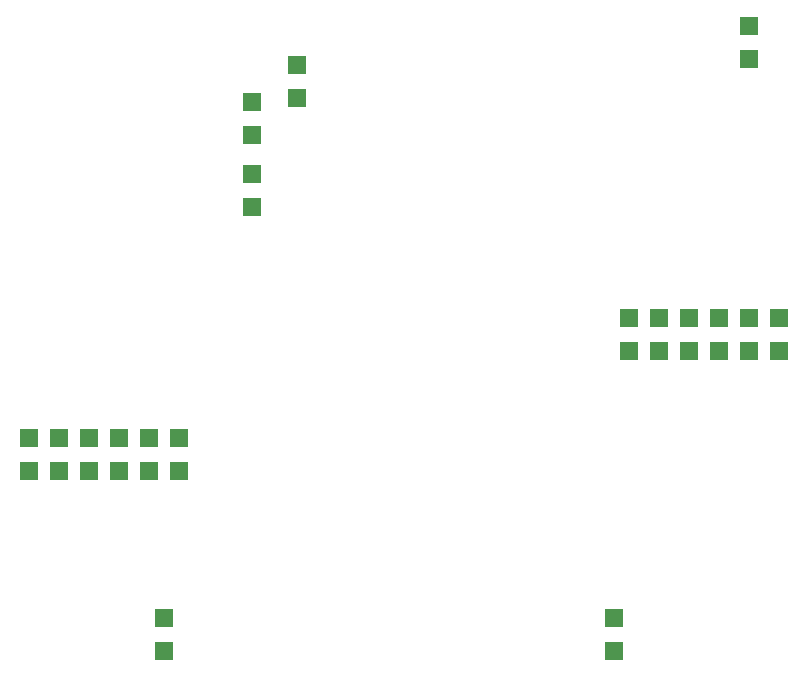
<source format=gbr>
%FSLAX34Y34*%
%MOMM*%
%LNSMDMASK_TOP*%
G71*
G01*
%ADD10R, 1.600X1.600*%
%LPD*%
X585500Y687100D02*
G54D10*
D03*
X585500Y659100D02*
G54D10*
D03*
X610900Y687100D02*
G54D10*
D03*
X610900Y659100D02*
G54D10*
D03*
X636300Y687100D02*
G54D10*
D03*
X636300Y659100D02*
G54D10*
D03*
X661700Y687100D02*
G54D10*
D03*
X661700Y659100D02*
G54D10*
D03*
X687100Y687100D02*
G54D10*
D03*
X687100Y659100D02*
G54D10*
D03*
X712500Y687100D02*
G54D10*
D03*
X712500Y659100D02*
G54D10*
D03*
X77500Y585500D02*
G54D10*
D03*
X77500Y557500D02*
G54D10*
D03*
X102900Y585500D02*
G54D10*
D03*
X102900Y557500D02*
G54D10*
D03*
X128300Y585500D02*
G54D10*
D03*
X128300Y557500D02*
G54D10*
D03*
X153700Y585500D02*
G54D10*
D03*
X153700Y557500D02*
G54D10*
D03*
X179100Y585500D02*
G54D10*
D03*
X179100Y557500D02*
G54D10*
D03*
X204500Y585500D02*
G54D10*
D03*
X204500Y557500D02*
G54D10*
D03*
X191800Y405100D02*
G54D10*
D03*
X191800Y433100D02*
G54D10*
D03*
X304800Y901700D02*
G54D10*
D03*
X304800Y873700D02*
G54D10*
D03*
X572800Y405100D02*
G54D10*
D03*
X572800Y433100D02*
G54D10*
D03*
X687100Y934750D02*
G54D10*
D03*
X687100Y906750D02*
G54D10*
D03*
X266700Y781050D02*
G54D10*
D03*
X266700Y809050D02*
G54D10*
D03*
X266700Y869950D02*
G54D10*
D03*
X266700Y841950D02*
G54D10*
D03*
M02*

</source>
